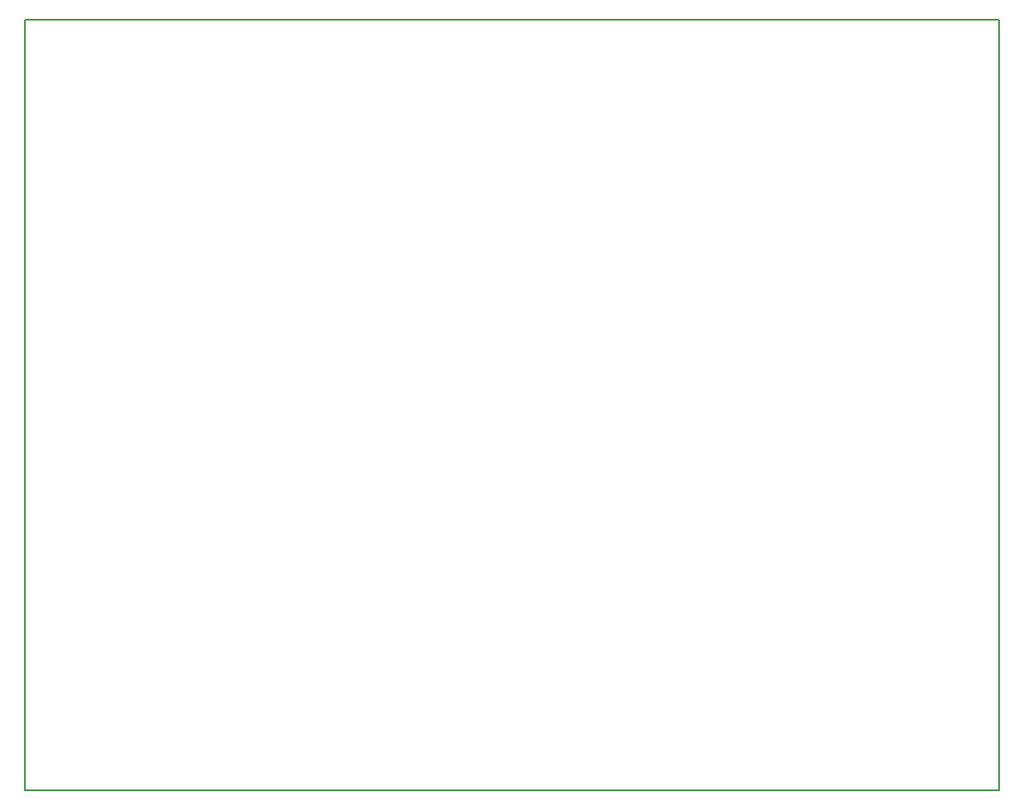
<source format=gm1>
G04 #@! TF.FileFunction,Profile,NP*
%FSLAX46Y46*%
G04 Gerber Fmt 4.6, Leading zero omitted, Abs format (unit mm)*
G04 Created by KiCad (PCBNEW 4.0.2+e4-6225~38~ubuntu15.10.1-stable) date mar. 20 sept. 2016 08:20:47 CEST*
%MOMM*%
G01*
G04 APERTURE LIST*
%ADD10C,0.100000*%
%ADD11C,0.150000*%
G04 APERTURE END LIST*
D10*
D11*
X112000000Y-90000000D02*
X16000000Y-90000000D01*
X112000000Y-14000000D02*
X112000000Y-90000000D01*
X16000000Y-14000000D02*
X112000000Y-14000000D01*
X16000000Y-90000000D02*
X16000000Y-14000000D01*
M02*

</source>
